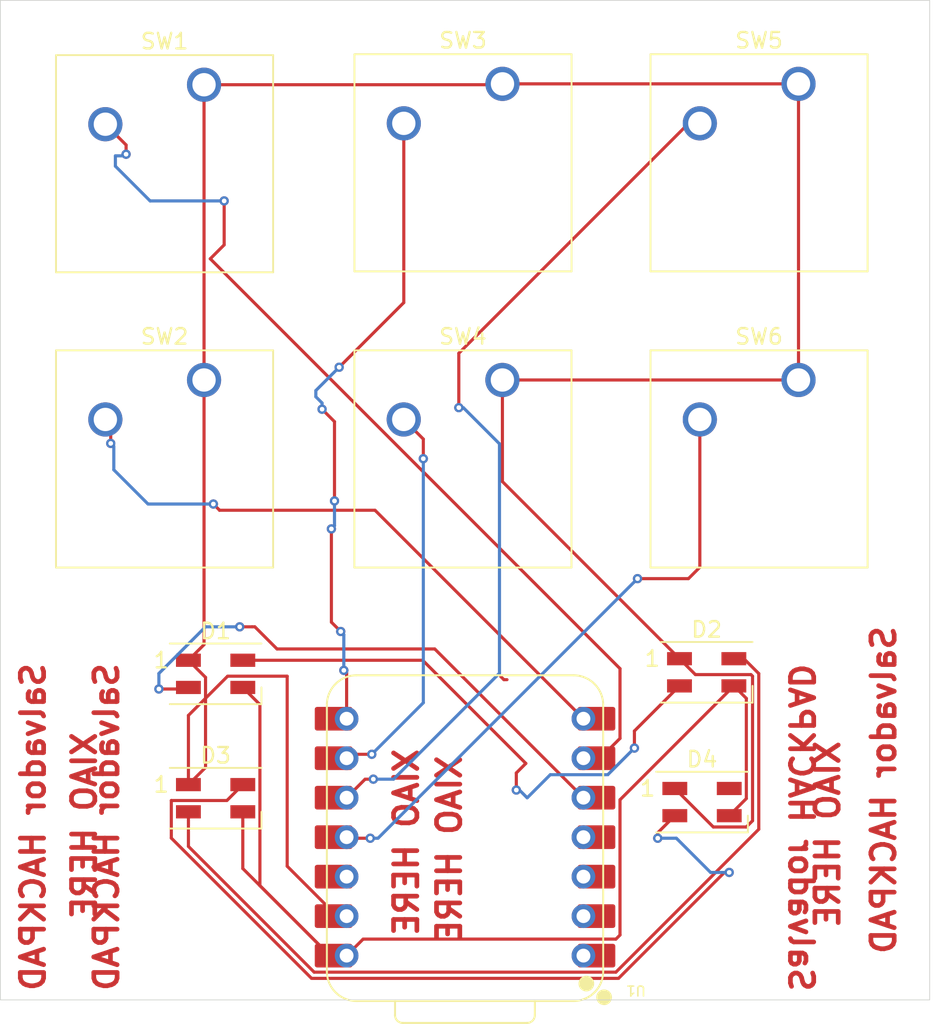
<source format=kicad_pcb>
(kicad_pcb (version 20241229) (generator "pcbnew") (generator_version "9.0")
  (layers (0 "F.Cu" signal) (2 "B.Cu" signal) (13 "F.Paste" user) (15 "B.Paste" user) (5 "F.SilkS" user "F.Silkscreen") (7 "B.SilkS" user "B.Silkscreen") (1 "F.Mask" user) (3 "B.Mask" user) (25 "Edge.Cuts" user))
  (net 0 "")
  (net 1 "GND")
  (net 2 "Net-(D1-DOUT)")
  (net 3 "+5V")
  (net 4 "Net-(D1-DIN)")
  (net 5 "Net-(D2-DOUT)")
  (net 6 "Net-(D3-DOUT)")
  (net 8 "Net-(U1-GPIO7{slash}SCL)")
  (net 9 "Net-(U1-GPIO0{slash}TX)")
  (net 10 "Net-(U1-GPIO1{slash}RX)")
  (net 11 "Net-(U1-GPIO2{slash}SCK)")
  (net 12 "Net-(U1-GPIO4{slash}MISO)")
  (net 13 "Net-(U1-GPIO3{slash}MOSI)")
  (footprint "Button_Switch_Keyboard:SW_Cherry_MX_1.00u_PCB" (layer "F.Cu") (at 126.96 41.47)
    (property "Reference" "SW5" (at -2.54 -2.794 0) (layer "F.SilkS"))
    (property "Value" "SW_Push")
    (fp_line (start -9.525 -1.905) (end 4.445 -1.905) (stroke (width 0.12)) (layer "F.SilkS"))
    (fp_line (start -9.525 12.065) (end -9.525 -1.905) (stroke (width 0.12)) (layer "F.SilkS"))
    (fp_line (start 4.445 -1.905) (end 4.445 12.065) (stroke (width 0.12)) (layer "F.SilkS"))
    (fp_line (start 4.445 12.065) (end -9.525 12.065) (stroke (width 0.12)) (layer "F.SilkS"))
    (pad "" np_thru_hole circle (at -7.62 5.08) (size 1.7 1.7) (drill 1.7) (layers "*.Cu" "*.Mask"))
    (pad "" np_thru_hole circle (at -2.54 5.08) (size 4 4) (drill 4) (layers "*.Cu" "*.Mask"))
    (pad "" np_thru_hole circle (at 2.54 5.08) (size 1.7 1.7) (drill 1.7) (layers "*.Cu" "*.Mask"))
    (pad "1" thru_hole circle (at 0 0) (size 2.2 2.2) (drill 1.5) (layers "*.Cu" "*.Mask") (net 1 "GND"))
    (pad "2" thru_hole circle (at -6.35 2.54) (size 2.2 2.2) (drill 1.5) (layers "*.Cu" "*.Mask") (net 12 "Net-(U1-GPIO4{slash}MISO)"))
  )
  (footprint "Seeed Studio XIAO Series Library OPL:XIAO-RP2040-DIP" (layer "F.Cu") (at 105.5 89.9315 180)
    (property "Reference" "U1" (at -11 -9.8685 180) (layer "F.SilkS") (effects (font (size 0.635 0.635) (thickness 0.1016))))
    (property "Value" "XIAO-RP2040-DIP")
    (fp_line (start 8.89 8.509) (end 8.89 -8.636) (stroke (width 0.127)) (layer "F.SilkS"))
    (fp_line (start 6.985 -10.541) (end -6.985 -10.541) (stroke (width 0.1)) (layer "F.SilkS"))
    (fp_line (start 6.985 -10.541) (end -6.985 -10.541) (stroke (width 0.127)) (layer "F.SilkS"))
    (fp_line (start 4.504 -11.451) (end 4.504 -10.541) (stroke (width 0.127)) (layer "F.SilkS"))
    (fp_line (start -3.991272 -11.951) (end 4.004 -11.951) (stroke (width 0.127)) (layer "F.SilkS"))
    (fp_line (start -4.495 -10.541) (end -4.491272 -11.451272) (stroke (width 0.127)) (layer "F.SilkS"))
    (fp_line (start -6.985 10.414) (end 6.985 10.414) (stroke (width 0.127)) (layer "F.SilkS"))
    (fp_line (start -8.89 8.509) (end -8.89 -8.636) (stroke (width 0.127)) (layer "F.SilkS"))
    (fp_arc (start 8.89 8.509) (mid 8.332038 9.856038) (end 6.985 10.414) (stroke (width 0.127)) (layer "F.SilkS"))
    (fp_arc (start 6.985 -10.541) (mid 8.332038 -9.983038) (end 8.89 -8.636) (stroke (width 0.127)) (layer "F.SilkS"))
    (fp_arc (start 4.004 -11.951) (mid 4.357553 -11.804553) (end 4.504 -11.451) (stroke (width 0.127)) (layer "F.SilkS"))
    (fp_arc (start -4.491272 -11.451272) (mid -4.344728 -11.80464) (end -3.991272 -11.951) (stroke (width 0.127)) (layer "F.SilkS"))
    (fp_arc (start -6.985 10.414) (mid -8.332038 9.856038) (end -8.89 8.509) (stroke (width 0.127)) (layer "F.SilkS"))
    (fp_arc (start -8.89 -8.636) (mid -8.332038 -9.983038) (end -6.985 -10.541) (stroke (width 0.127)) (layer "F.SilkS"))
    (fp_circle (center -7.807 -9.42) (end -7.807 -9.674) (stroke (width 0.5)) (fill yes) (layer "F.SilkS"))
    (fp_circle (center -8.95 -10.3) (end -8.95 -10.554) (stroke (width 0.5)) (fill yes) (layer "F.SilkS"))
    (pad "1" smd roundrect (at -8.455 -7.62) (size 2.432 1.524) (layers "F.Cu" "F.Mask") (roundrect_rratio 0.1))
    (pad "1" thru_hole circle (at -7.62 -7.62) (size 1.524 1.524) (drill 0.889) (layers "*.Cu" "*.Mask"))
    (pad "2" smd roundrect (at -8.455 -5.08) (size 2.432 1.524) (layers "F.Cu" "F.Mask") (roundrect_rratio 0.1))
    (pad "2" thru_hole circle (at -7.62 -5.08) (size 1.524 1.524) (drill 0.889) (layers "*.Cu" "*.Mask"))
    (pad "3" smd roundrect (at -8.455 -2.54) (size 2.432 1.524) (layers "F.Cu" "F.Mask") (roundrect_rratio 0.1))
    (pad "3" thru_hole circle (at -7.62 -2.54) (size 1.524 1.524) (drill 0.889) (layers "*.Cu" "*.Mask"))
    (pad "4" smd roundrect (at -8.455 0) (size 2.432 1.524) (layers "F.Cu" "F.Mask") (roundrect_rratio 0.1))
    (pad "4" thru_hole circle (at -7.62 0) (size 1.524 1.524) (drill 0.889) (layers "*.Cu" "*.Mask"))
    (pad "5" smd roundrect (at -8.455 2.54) (size 2.432 1.524) (layers "F.Cu" "F.Mask") (roundrect_rratio 0.1) (net 4 "Net-(D1-DIN)"))
    (pad "5" thru_hole circle (at -7.62 2.54) (size 1.524 1.524) (drill 0.889) (layers "*.Cu" "*.Mask") (net 4 "Net-(D1-DIN)"))
    (pad "6" smd roundrect (at -8.455 5.08) (size 2.432 1.524) (layers "F.Cu" "F.Mask") (roundrect_rratio 0.1) (net 8 "Net-(U1-GPIO7{slash}SCL)"))
    (pad "6" thru_hole circle (at -7.62 5.08) (size 1.524 1.524) (drill 0.889) (layers "*.Cu" "*.Mask") (net 8 "Net-(U1-GPIO7{slash}SCL)"))
    (pad "7" smd roundrect (at -8.455 7.62) (size 2.432 1.524) (layers "F.Cu" "F.Mask") (roundrect_rratio 0.1) (net 9 "Net-(U1-GPIO0{slash}TX)"))
    (pad "7" thru_hole circle (at -7.62 7.62) (size 1.524 1.524) (drill 0.889) (layers "*.Cu" "*.Mask") (net 9 "Net-(U1-GPIO0{slash}TX)"))
    (pad "8" thru_hole circle (at 7.62 7.62 180) (size 1.524 1.524) (drill 0.889) (layers "*.Cu" "*.Mask") (net 10 "Net-(U1-GPIO1{slash}RX)"))
    (pad "8" smd roundrect (at 8.455 7.62 180) (size 2.432 1.524) (layers "F.Cu" "F.Mask") (roundrect_rratio 0.1) (net 10 "Net-(U1-GPIO1{slash}RX)"))
    (pad "9" thru_hole circle (at 7.62 5.08 180) (size 1.524 1.524) (drill 0.889) (layers "*.Cu" "*.Mask") (net 11 "Net-(U1-GPIO2{slash}SCK)"))
    (pad "9" smd roundrect (at 8.455 5.08 180) (size 2.432 1.524) (layers "F.Cu" "F.Mask") (roundrect_rratio 0.1) (net 11 "Net-(U1-GPIO2{slash}SCK)"))
    (pad "10" thru_hole circle (at 7.62 2.54 180) (size 1.524 1.524) (drill 0.889) (layers "*.Cu" "*.Mask") (net 12 "Net-(U1-GPIO4{slash}MISO)"))
    (pad "10" smd roundrect (at 8.455 2.54 180) (size 2.432 1.524) (layers "F.Cu" "F.Mask") (roundrect_rratio 0.1) (net 12 "Net-(U1-GPIO4{slash}MISO)"))
    (pad "11" thru_hole circle (at 7.62 0 180) (size 1.524 1.524) (drill 0.889) (layers "*.Cu" "*.Mask") (net 13 "Net-(U1-GPIO3{slash}MOSI)"))
    (pad "11" smd roundrect (at 8.455 0 180) (size 2.432 1.524) (layers "F.Cu" "F.Mask") (roundrect_rratio 0.1) (net 13 "Net-(U1-GPIO3{slash}MOSI)"))
    (pad "12" thru_hole circle (at 7.62 -2.54 180) (size 1.524 1.524) (drill 0.889) (layers "*.Cu" "*.Mask"))
    (pad "12" smd roundrect (at 8.455 -2.54 180) (size 2.432 1.524) (layers "F.Cu" "F.Mask") (roundrect_rratio 0.1))
    (pad "13" thru_hole circle (at 7.62 -5.08 180) (size 1.524 1.524) (drill 0.889) (layers "*.Cu" "*.Mask") (net 1 "GND"))
    (pad "13" smd roundrect (at 8.455 -5.08 180) (size 2.432 1.524) (layers "F.Cu" "F.Mask") (roundrect_rratio 0.1) (net 1 "GND"))
    (pad "14" thru_hole circle (at 7.62 -7.62 180) (size 1.524 1.524) (drill 0.889) (layers "*.Cu" "*.Mask") (net 3 "+5V"))
    (pad "14" smd roundrect (at 8.455 -7.62 180) (size 2.432 1.524) (layers "F.Cu" "F.Mask") (roundrect_rratio 0.1) (net 3 "+5V"))
  )
  (footprint "LED_SMD:LED_SK6812MINI_PLCC4_3.5x3.5mm_P1.75mm" (layer "F.Cu") (at 120.75 87.675)
    (property "Reference" "D4" (at 0 -2.75 0) (layer "F.SilkS"))
    (property "Value" "SK6812")
    (fp_line (start -2.95 -1.95) (end 2.95 -1.95) (stroke (width 0.12)) (layer "F.SilkS"))
    (fp_line (start -2.95 1.95) (end 2.95 1.95) (stroke (width 0.12)) (layer "F.SilkS"))
    (fp_line (start 2.95 1.95) (end 2.95 0.875) (stroke (width 0.12)) (layer "F.SilkS"))
    (fp_text user "1" (at -3.5 -0.875 0) (layer "F.SilkS"))
    (pad "1" smd rect (at -1.75 -0.875) (size 1.6 0.85) (layers "F.Cu" "F.Mask" "F.Paste") (net 1 "GND"))
    (pad "2" smd rect (at -1.75 0.875) (size 1.6 0.85) (layers "F.Cu" "F.Mask" "F.Paste") (net 6 "Net-(D3-DOUT)"))
    (pad "3" smd rect (at 1.75 0.875) (size 1.6 0.85) (layers "F.Cu" "F.Mask" "F.Paste") (net 3 "+5V"))
    (pad "4" smd rect (at 1.75 -0.875) (size 1.6 0.85) (layers "F.Cu" "F.Mask" "F.Paste"))
  )
  (footprint "LED_SMD:LED_SK6812MINI_PLCC4_3.5x3.5mm_P1.75mm" (layer "F.Cu") (at 89.45 79.425)
    (property "Reference" "D1" (at 0 -2.75 0) (layer "F.SilkS"))
    (property "Value" "SK6812")
    (fp_line (start -2.95 -1.95) (end 2.95 -1.95) (stroke (width 0.12)) (layer "F.SilkS"))
    (fp_line (start -2.95 1.95) (end 2.95 1.95) (stroke (width 0.12)) (layer "F.SilkS"))
    (fp_line (start 2.95 1.95) (end 2.95 0.875) (stroke (width 0.12)) (layer "F.SilkS"))
    (fp_text user "1" (at -3.5 -0.875 0) (layer "F.SilkS"))
    (pad "1" smd rect (at -1.75 -0.875) (size 1.6 0.85) (layers "F.Cu" "F.Mask" "F.Paste") (net 1 "GND"))
    (pad "2" smd rect (at -1.75 0.875) (size 1.6 0.85) (layers "F.Cu" "F.Mask" "F.Paste") (net 4 "Net-(D1-DIN)"))
    (pad "3" smd rect (at 1.75 0.875) (size 1.6 0.85) (layers "F.Cu" "F.Mask" "F.Paste") (net 3 "+5V"))
    (pad "4" smd rect (at 1.75 -0.875) (size 1.6 0.85) (layers "F.Cu" "F.Mask" "F.Paste") (net 2 "Net-(D1-DOUT)"))
  )
  (footprint "LED_SMD:LED_SK6812MINI_PLCC4_3.5x3.5mm_P1.75mm" (layer "F.Cu") (at 121.05 79.325)
    (property "Reference" "D2" (at 0 -2.75 0) (layer "F.SilkS"))
    (property "Value" "SK6812")
    (fp_line (start -2.95 -1.95) (end 2.95 -1.95) (stroke (width 0.12)) (layer "F.SilkS"))
    (fp_line (start -2.95 1.95) (end 2.95 1.95) (stroke (width 0.12)) (layer "F.SilkS"))
    (fp_line (start 2.95 1.95) (end 2.95 0.875) (stroke (width 0.12)) (layer "F.SilkS"))
    (fp_text user "1" (at -3.5 -0.875 0) (layer "F.SilkS"))
    (pad "1" smd rect (at -1.75 -0.875) (size 1.6 0.85) (layers "F.Cu" "F.Mask" "F.Paste") (net 1 "GND"))
    (pad "2" smd rect (at -1.75 0.875) (size 1.6 0.85) (layers "F.Cu" "F.Mask" "F.Paste") (net 2 "Net-(D1-DOUT)"))
    (pad "3" smd rect (at 1.75 0.875) (size 1.6 0.85) (layers "F.Cu" "F.Mask" "F.Paste") (net 3 "+5V"))
    (pad "4" smd rect (at 1.75 -0.875) (size 1.6 0.85) (layers "F.Cu" "F.Mask" "F.Paste") (net 5 "Net-(D2-DOUT)"))
  )
  (footprint "Button_Switch_Keyboard:SW_Cherry_MX_1.00u_PCB" (layer "F.Cu") (at 107.905 60.52)
    (property "Reference" "SW4" (at -2.54 -2.794 0) (layer "F.SilkS"))
    (property "Value" "SW_Push")
    (fp_line (start -9.525 -1.905) (end 4.445 -1.905) (stroke (width 0.12)) (layer "F.SilkS"))
    (fp_line (start -9.525 12.065) (end -9.525 -1.905) (stroke (width 0.12)) (layer "F.SilkS"))
    (fp_line (start 4.445 -1.905) (end 4.445 12.065) (stroke (width 0.12)) (layer "F.SilkS"))
    (fp_line (start 4.445 12.065) (end -9.525 12.065) (stroke (width 0.12)) (layer "F.SilkS"))
    (pad "" np_thru_hole circle (at -7.62 5.08) (size 1.7 1.7) (drill 1.7) (layers "*.Cu" "*.Mask"))
    (pad "" np_thru_hole circle (at -2.54 5.08) (size 4 4) (drill 4) (layers "*.Cu" "*.Mask"))
    (pad "" np_thru_hole circle (at 2.54 5.08) (size 1.7 1.7) (drill 1.7) (layers "*.Cu" "*.Mask"))
    (pad "1" thru_hole circle (at 0 0) (size 2.2 2.2) (drill 1.5) (layers "*.Cu" "*.Mask") (net 1 "GND"))
    (pad "2" thru_hole circle (at -6.35 2.54) (size 2.2 2.2) (drill 1.5) (layers "*.Cu" "*.Mask") (net 11 "Net-(U1-GPIO2{slash}SCK)"))
  )
  (footprint "Button_Switch_Keyboard:SW_Cherry_MX_1.00u_PCB" (layer "F.Cu") (at 88.705 41.52625)
    (property "Reference" "SW1" (at -2.54 -2.794 0) (layer "F.SilkS"))
    (property "Value" "SW_Push")
    (fp_line (start -9.525 -1.905) (end 4.445 -1.905) (stroke (width 0.12)) (layer "F.SilkS"))
    (fp_line (start -9.525 12.065) (end -9.525 -1.905) (stroke (width 0.12)) (layer "F.SilkS"))
    (fp_line (start 4.445 -1.905) (end 4.445 12.065) (stroke (width 0.12)) (layer "F.SilkS"))
    (fp_line (start 4.445 12.065) (end -9.525 12.065) (stroke (width 0.12)) (layer "F.SilkS"))
    (pad "" np_thru_hole circle (at -7.62 5.08) (size 1.7 1.7) (drill 1.7) (layers "*.Cu" "*.Mask"))
    (pad "" np_thru_hole circle (at -2.54 5.08) (size 4 4) (drill 4) (layers "*.Cu" "*.Mask"))
    (pad "" np_thru_hole circle (at 2.54 5.08) (size 1.7 1.7) (drill 1.7) (layers "*.Cu" "*.Mask"))
    (pad "1" thru_hole circle (at 0 0) (size 2.2 2.2) (drill 1.5) (layers "*.Cu" "*.Mask") (net 1 "GND"))
    (pad "2" thru_hole circle (at -6.35 2.54) (size 2.2 2.2) (drill 1.5) (layers "*.Cu" "*.Mask") (net 8 "Net-(U1-GPIO7{slash}SCL)"))
  )
  (footprint "Button_Switch_Keyboard:SW_Cherry_MX_1.00u_PCB" (layer "F.Cu") (at 126.96 60.52)
    (property "Reference" "SW6" (at -2.54 -2.794 0) (layer "F.SilkS"))
    (property "Value" "SW_Push")
    (fp_line (start -9.525 -1.905) (end 4.445 -1.905) (stroke (width 0.12)) (layer "F.SilkS"))
    (fp_line (start -9.525 12.065) (end -9.525 -1.905) (stroke (width 0.12)) (layer "F.SilkS"))
    (fp_line (start 4.445 -1.905) (end 4.445 12.065) (stroke (width 0.12)) (layer "F.SilkS"))
    (fp_line (start 4.445 12.065) (end -9.525 12.065) (stroke (width 0.12)) (layer "F.SilkS"))
    (pad "" np_thru_hole circle (at -7.62 5.08) (size 1.7 1.7) (drill 1.7) (layers "*.Cu" "*.Mask"))
    (pad "" np_thru_hole circle (at -2.54 5.08) (size 4 4) (drill 4) (layers "*.Cu" "*.Mask"))
    (pad "" np_thru_hole circle (at 2.54 5.08) (size 1.7 1.7) (drill 1.7) (layers "*.Cu" "*.Mask"))
    (pad "1" thru_hole circle (at 0 0) (size 2.2 2.2) (drill 1.5) (layers "*.Cu" "*.Mask") (net 1 "GND"))
    (pad "2" thru_hole circle (at -6.35 2.54) (size 2.2 2.2) (drill 1.5) (layers "*.Cu" "*.Mask") (net 13 "Net-(U1-GPIO3{slash}MOSI)"))
  )
  (footprint "Button_Switch_Keyboard:SW_Cherry_MX_1.00u_PCB" (layer "F.Cu") (at 107.91 41.47)
    (property "Reference" "SW3" (at -2.54 -2.794 0) (layer "F.SilkS"))
    (property "Value" "SW_Push")
    (fp_line (start -9.525 -1.905) (end 4.445 -1.905) (stroke (width 0.12)) (layer "F.SilkS"))
    (fp_line (start -9.525 12.065) (end -9.525 -1.905) (stroke (width 0.12)) (layer "F.SilkS"))
    (fp_line (start 4.445 -1.905) (end 4.445 12.065) (stroke (width 0.12)) (layer "F.SilkS"))
    (fp_line (start 4.445 12.065) (end -9.525 12.065) (stroke (width 0.12)) (layer "F.SilkS"))
    (pad "" np_thru_hole circle (at -7.62 5.08) (size 1.7 1.7) (drill 1.7) (layers "*.Cu" "*.Mask"))
    (pad "" np_thru_hole circle (at -2.54 5.08) (size 4 4) (drill 4) (layers "*.Cu" "*.Mask"))
    (pad "" np_thru_hole circle (at 2.54 5.08) (size 1.7 1.7) (drill 1.7) (layers "*.Cu" "*.Mask"))
    (pad "1" thru_hole circle (at 0 0) (size 2.2 2.2) (drill 1.5) (layers "*.Cu" "*.Mask") (net 1 "GND"))
    (pad "2" thru_hole circle (at -6.35 2.54) (size 2.2 2.2) (drill 1.5) (layers "*.Cu" "*.Mask") (net 10 "Net-(U1-GPIO1{slash}RX)"))
  )
  (footprint "Button_Switch_Keyboard:SW_Cherry_MX_1.00u_PCB" (layer "F.Cu") (at 88.705 60.52)
    (property "Reference" "SW2" (at -2.54 -2.794 0) (layer "F.SilkS"))
    (property "Value" "SW_Push")
    (fp_line (start -9.525 -1.905) (end 4.445 -1.905) (stroke (width 0.12)) (layer "F.SilkS"))
    (fp_line (start -9.525 12.065) (end -9.525 -1.905) (stroke (width 0.12)) (layer "F.SilkS"))
    (fp_line (start 4.445 -1.905) (end 4.445 12.065) (stroke (width 0.12)) (layer "F.SilkS"))
    (fp_line (start 4.445 12.065) (end -9.525 12.065) (stroke (width 0.12)) (layer "F.SilkS"))
    (pad "" np_thru_hole circle (at -7.62 5.08) (size 1.7 1.7) (drill 1.7) (layers "*.Cu" "*.Mask"))
    (pad "" np_thru_hole circle (at -2.54 5.08) (size 4 4) (drill 4) (layers "*.Cu" "*.Mask"))
    (pad "" np_thru_hole circle (at 2.54 5.08) (size 1.7 1.7) (drill 1.7) (layers "*.Cu" "*.Mask"))
    (pad "1" thru_hole circle (at 0 0) (size 2.2 2.2) (drill 1.5) (layers "*.Cu" "*.Mask") (net 1 "GND"))
    (pad "2" thru_hole circle (at -6.35 2.54) (size 2.2 2.2) (drill 1.5) (layers "*.Cu" "*.Mask") (net 9 "Net-(U1-GPIO0{slash}TX)"))
  )
  (footprint "LED_SMD:LED_SK6812MINI_PLCC4_3.5x3.5mm_P1.75mm" (layer "F.Cu") (at 89.45 87.425)
    (property "Reference" "D3" (at 0 -2.75 0) (layer "F.SilkS"))
    (property "Value" "SK6812")
    (fp_line (start -2.95 -1.95) (end 2.95 -1.95) (stroke (width 0.12)) (layer "F.SilkS"))
    (fp_line (start -2.95 1.95) (end 2.95 1.95) (stroke (width 0.12)) (layer "F.SilkS"))
    (fp_line (start 2.95 1.95) (end 2.95 0.875) (stroke (width 0.12)) (layer "F.SilkS"))
    (fp_text user "1" (at -3.5 -0.875 0) (layer "F.SilkS"))
    (pad "1" smd rect (at -1.75 -0.875) (size 1.6 0.85) (layers "F.Cu" "F.Mask" "F.Paste") (net 1 "GND"))
    (pad "2" smd rect (at -1.75 0.875) (size 1.6 0.85) (layers "F.Cu" "F.Mask" "F.Paste") (net 5 "Net-(D2-DOUT)"))
    (pad "3" smd rect (at 1.75 0.875) (size 1.6 0.85) (layers "F.Cu" "F.Mask" "F.Paste") (net 3 "+5V"))
    (pad "4" smd rect (at 1.75 -0.875) (size 1.6 0.85) (layers "F.Cu" "F.Mask" "F.Paste") (net 6 "Net-(D3-DOUT)"))
  )
  (gr_rect (start 75.6 36.1) (end 135.4 100.4) (stroke (width 0.05)) (fill no) (layer "Edge.Cuts"))
  (gr_text "Salvador HACKPAD \n" (at 78.58125 78.58125 90) (layer "F.Cu") (effects (font (size 1.5 1.5) (thickness 0.3) (bold yes)) (justify left bottom mirror)))
  (gr_text "XIAO HERE" (at 81.875192 83.03533 90) (layer "F.Cu") (effects (font (size 1.5 1.5) (thickness 0.3) (bold yes)) (justify left bottom mirror)))
  (gr_text "Salvador HACKPAD \n\n" (at 85.725 78.58125 90) (layer "F.Cu") (effects (font (size 1.5 1.5) (thickness 0.3) (bold yes)) (justify left bottom mirror)))
  (gr_text "Salvador HACKPAD \n\n" (at 135.73125 76.2 90) (layer "F.Cu") (effects (font (size 1.5 1.5) (thickness 0.3) (bold yes)) (justify left bottom mirror)))
  (gr_text "XIAO HERE" (at 102.6 84.1 90) (layer "F.Cu") (effects (font (size 1.5 1.5) (thickness 0.3) (bold yes)) (justify left bottom mirror)))
  (gr_text "Salvador HACKPAD \n\n" (at 123.825 100.0125 270) (layer "F.Cu") (effects (font (size 1.5 1.5) (thickness 0.3) (bold yes)) (justify left bottom mirror)))
  (gr_text "XIAO HERE" (at 129.712574 83.5873 90) (layer "F.Cu") (effects (font (size 1.5 1.5) (thickness 0.3) (bold yes)) (justify left bottom mirror)))
  (gr_text "XIAO HERE" (at 105.363329 84.536671 90) (layer "F.Cu") (effects (font (size 1.5 1.5) (thickness 0.3) (bold yes)) (justify left bottom mirror)))
  (segment (start 107.8 79.6) (end 108 79.8) (width 0.2) (layer "F.Cu") (net 0))
  (segment (start 108 79.8) (end 108.2 79.8) (width 0.2) (layer "F.Cu") (net 0))
  (segment (start 94.054874 79.577874) (end 94.051 79.574) (width 0.2) (layer "F.Cu") (net 1))
  (segment (start 94.054874 91.8) (end 94.054874 79.577874) (width 0.2) (layer "F.Cu") (net 1))
  (segment (start 94.051 79.574) (end 90.225 79.574) (width 0.2) (layer "F.Cu") (net 1))
  (segment (start 107.91 41.47) (end 126.96 41.47) (width 0.2) (layer "F.Cu") (net 1))
  (segment (start 97.266374 95.0115) (end 94.054874 91.8) (width 0.2) (layer "F.Cu") (net 1))
  (segment (start 88.705 77.545) (end 88.705 60.52) (width 0.2) (layer "F.Cu") (net 1))
  (segment (start 126.96 60.52) (end 107.905 60.52) (width 0.2) (layer "F.Cu") (net 1))
  (segment (start 107.905 67.055) (end 119.3 78.45) (width 0.2) (layer "F.Cu") (net 1))
  (segment (start 107.905 60.52) (end 107.905 67.055) (width 0.2) (layer "F.Cu") (net 1))
  (segment (start 90.225 79.574) (end 87.7 82.099) (width 0.2) (layer "F.Cu") (net 1))
  (segment (start 87.7 78.55) (end 88.705 77.545) (width 0.2) (layer "F.Cu") (net 1))
  (segment (start 88.705 60.52) (end 88.705 41.52625) (width 0.2) (layer "F.Cu") (net 1))
  (segment (start 87.7 82.099) (end 87.7 86.55) (width 0.2) (layer "F.Cu") (net 1))
  (segment (start 121.476 89.276) (end 119 86.8) (width 0.2) (layer "F.Cu") (net 1))
  (segment (start 119.3 78.45) (end 120.324 79.474) (width 0.2) (layer "F.Cu") (net 1))
  (segment (start 126.96 41.47) (end 126.96 60.52) (width 0.2) (layer "F.Cu") (net 1))
  (segment (start 88.801 79.651) (end 87.7 78.55) (width 0.2) (layer "F.Cu") (net 1))
  (segment (start 88.705 41.52625) (end 107.85375 41.52625) (width 0.2) (layer "F.Cu") (net 1))
  (segment (start 97.88 95.0115) (end 97.266374 95.0115) (width 0.2) (layer "F.Cu") (net 1))
  (segment (start 88.801 85.449) (end 88.801 79.651) (width 0.2) (layer "F.Cu") (net 1))
  (segment (start 123.601 89.276) (end 121.476 89.276) (width 0.2) (layer "F.Cu") (net 1))
  (segment (start 107.85375 41.52625) (end 107.91 41.47) (width 0.2) (layer "F.Cu") (net 1))
  (segment (start 123.901 79.474) (end 124.002 79.575) (width 0.2) (layer "F.Cu") (net 1))
  (segment (start 124.002 79.575) (end 124.002 88.875) (width 0.2) (layer "F.Cu") (net 1))
  (segment (start 124.002 88.875) (end 123.601 89.276) (width 0.2) (layer "F.Cu") (net 1))
  (segment (start 120.324 79.474) (end 123.901 79.474) (width 0.2) (layer "F.Cu") (net 1))
  (segment (start 87.7 86.55) (end 88.801 85.449) (width 0.2) (layer "F.Cu") (net 1))
  (segment (start 102.77519 78.55) (end 109.412595 85.187405) (width 0.2) (layer "F.Cu") (net 2))
  (segment (start 119.3 80.2) (end 116.4 83.1) (width 0.2) (layer "F.Cu") (net 2))
  (segment (start 108.8 85.8) (end 109.412595 85.187405) (width 0.2) (layer "F.Cu") (net 2))
  (segment (start 108.8 86.9) (end 108.8 85.8) (width 0.2) (layer "F.Cu") (net 2))
  (segment (start 116.4 83.1) (end 116.4 84.2) (width 0.2) (layer "F.Cu") (net 2))
  (segment (start 91.2 78.55) (end 102.77519 78.55) (width 0.2) (layer "F.Cu") (net 2))
  (via (at 108.8 86.9) (size 0.6) (drill 0.3) (layers "F.Cu" "B.Cu") (net 2))
  (via (at 116.4 84.2) (size 0.6) (drill 0.3) (layers "F.Cu" "B.Cu") (net 2))
  (segment (start 110.9855 85.9145) (end 109.5 87.4) (width 0.2) (layer "B.Cu") (net 2))
  (segment (start 109.5 87.4) (end 109 86.9) (width 0.2) (layer "B.Cu") (net 2))
  (segment (start 116.4 84.2) (end 114.6855 85.9145) (width 0.2) (layer "B.Cu") (net 2))
  (segment (start 109 86.9) (end 108.8 86.9) (width 0.2) (layer "B.Cu") (net 2))
  (segment (start 114.6855 85.9145) (end 110.9855 85.9145) (width 0.2) (layer "B.Cu") (net 2))
  (segment (start 115.472 87.528) (end 115.472 96.227126) (width 0.2) (layer "F.Cu") (net 3))
  (segment (start 123.601 81.001) (end 122.8 80.2) (width 0.2) (layer "F.Cu") (net 3))
  (segment (start 98.943 96.4885) (end 97.88 97.5515) (width 0.2) (layer "F.Cu") (net 3))
  (segment (start 96.80237 97.5515) (end 92.301 93.05013) (width 0.2) (layer "F.Cu") (net 3))
  (segment (start 115.472 96.227126) (end 115.210626 96.4885) (width 0.2) (layer "F.Cu") (net 3))
  (segment (start 97.88 97.5515) (end 96.80237 97.5515) (width 0.2) (layer "F.Cu") (net 3))
  (segment (start 92.301 93.05013) (end 92.301 81.401) (width 0.2) (layer "F.Cu") (net 3))
  (segment (start 115.210626 96.4885) (end 98.943 96.4885) (width 0.2) (layer "F.Cu") (net 3))
  (segment (start 122.8 80.2) (end 115.472 87.528) (width 0.2) (layer "F.Cu") (net 3))
  (segment (start 96.80237 97.5515) (end 91.2 91.94913) (width 0.2) (layer "F.Cu") (net 3))
  (segment (start 123.601 87.449) (end 123.601 81.001) (width 0.2) (layer "F.Cu") (net 3))
  (segment (start 92.301 81.401) (end 91.2 80.3) (width 0.2) (layer "F.Cu") (net 3))
  (segment (start 122.5 88.55) (end 123.601 87.449) (width 0.2) (layer "F.Cu") (net 3))
  (segment (start 91.2 91.94913) (end 91.2 88.3) (width 0.2) (layer "F.Cu") (net 3))
  (segment (start 113.12 87.3915) (end 103.5525 77.824) (width 0.2) (layer "F.Cu") (net 4))
  (segment (start 91.976 76.4) (end 91.8 76.4) (width 0.2) (layer "F.Cu") (net 4))
  (segment (start 87.6 80.4) (end 87.7 80.3) (width 0.2) (layer "F.Cu") (net 4))
  (segment (start 93.4 77.824) (end 91.976 76.4) (width 0.2) (layer "F.Cu") (net 4))
  (segment (start 87.7 80.3) (end 87.6 80.3) (width 0.2) (layer "F.Cu") (net 4))
  (segment (start 103.5525 77.824) (end 93.4 77.824) (width 0.2) (layer "F.Cu") (net 4))
  (segment (start 87.6 80.3) (end 87.5 80.4) (width 0.2) (layer "F.Cu") (net 4))
  (segment (start 85.8 80.4) (end 87.6 80.4) (width 0.2) (layer "F.Cu") (net 4))
  (segment (start 91.8 76.4) (end 91 76.4) (width 0.2) (layer "F.Cu") (net 4))
  (via (at 91 76.4) (size 0.6) (drill 0.3) (layers "F.Cu" "B.Cu") (net 4))
  (via (at 85.8 80.4) (size 0.6) (drill 0.3) (layers "F.Cu" "B.Cu") (net 4))
  (segment (start 91 76.4) (end 88.8 76.4) (width 0.2) (layer "B.Cu") (net 4))
  (segment (start 85.8 79.4) (end 85.8 80.4) (width 0.2) (layer "B.Cu") (net 4))
  (segment (start 88.8 76.4) (end 85.8 79.4) (width 0.2) (layer "B.Cu") (net 4))
  (segment (start 95.789374 98.6145) (end 115.210626 98.6145) (width 0.2) (layer "F.Cu") (net 5))
  (segment (start 115.210626 98.6145) (end 124.403 89.422126) (width 0.2) (layer "F.Cu") (net 5))
  (segment (start 124.403 79.4089) (end 123.4441 78.45) (width 0.2) (layer "F.Cu") (net 5))
  (segment (start 87.7 88.3) (end 87.7 90.525126) (width 0.2) (layer "F.Cu") (net 5))
  (segment (start 87.7 90.525126) (end 95.789374 98.6145) (width 0.2) (layer "F.Cu") (net 5))
  (segment (start 124.403 89.422126) (end 124.403 79.4089) (width 0.2) (layer "F.Cu") (net 5))
  (segment (start 123.4441 78.45) (end 122.8 78.45) (width 0.2) (layer "F.Cu") (net 5))
  (segment (start 121.646113 92.746113) (end 122.192226 92.2) (width 0.2) (layer "F.Cu") (net 6))
  (segment (start 95.623274 99.0155) (end 115.376726 99.0155) (width 0.2) (layer "F.Cu") (net 6))
  (segment (start 117.9 89.65) (end 119 88.55) (width 0.2) (layer "F.Cu") (net 6))
  (segment (start 117.9 90) (end 117.9 89.65) (width 0.2) (layer "F.Cu") (net 6))
  (segment (start 90.176 87.574) (end 86.599 87.574) (width 0.2) (layer "F.Cu") (net 6))
  (segment (start 86.599 87.574) (end 86.599 89.991226) (width 0.2) (layer "F.Cu") (net 6))
  (segment (start 122.192226 92.2) (end 122.5 92.2) (width 0.2) (layer "F.Cu") (net 6))
  (segment (start 91.2 86.55) (end 90.176 87.574) (width 0.2) (layer "F.Cu") (net 6))
  (segment (start 115.376726 99.0155) (end 121.646113 92.746113) (width 0.2) (layer "F.Cu") (net 6))
  (segment (start 86.599 89.991226) (end 95.623274 99.0155) (width 0.2) (layer "F.Cu") (net 6))
  (via (at 117.9 90) (size 0.6) (drill 0.3) (layers "F.Cu" "B.Cu") (net 6))
  (via (at 122.5 92.2) (size 0.6) (drill 0.3) (layers "F.Cu" "B.Cu") (net 6))
  (segment (start 121.3 92.2) (end 119.2 90.1) (width 0.2) (layer "B.Cu") (net 6))
  (segment (start 122.5 92.2) (end 121.3 92.2) (width 0.2) (layer "B.Cu") (net 6))
  (segment (start 119.1 90) (end 117.9 90) (width 0.2) (layer "B.Cu") (net 6))
  (segment (start 119.2 90.1) (end 119.1 90) (width 0.2) (layer "B.Cu") (net 6))
  (segment (start 83.688791 45.400041) (end 82.355 44.06625) (width 0.2) (layer "F.Cu") (net 8))
  (segment (start 115.472 79.08853) (end 89.106 52.72253) (width 0.2) (layer "F.Cu") (net 8))
  (segment (start 89.106 52.72253) (end 90 51.82853) (width 0.2) (layer "F.Cu") (net 8))
  (segment (start 83.688791 45.997243) (end 83.688791 45.400041) (width 0.2) (layer "F.Cu") (net 8))
  (segment (start 114.19763 84.8515) (end 115.472 83.57713) (width 0.2) (layer "F.Cu") (net 8))
  (segment (start 115.472 83.57713) (end 115.472 79.08853) (width 0.2) (layer "F.Cu") (net 8))
  (segment (start 113.12 84.8515) (end 114.19763 84.8515) (width 0.2) (layer "F.Cu") (net 8))
  (segment (start 90 51.82853) (end 90 49) (width 0.2) (layer "F.Cu") (net 8))
  (via (at 83.688791 45.997243) (size 0.6) (drill 0.3) (layers "F.Cu" "B.Cu") (net 8))
  (via (at 90 49) (size 0.6) (drill 0.3) (layers "F.Cu" "B.Cu") (net 8))
  (segment (start 83.586034 46.1) (end 83.688791 45.997243) (width 0.2) (layer "B.Cu") (net 8))
  (segment (start 83 46.1) (end 83.586034 46.1) (width 0.2) (layer "B.Cu") (net 8))
  (segment (start 90 49) (end 85.233934 49) (width 0.2) (layer "B.Cu") (net 8))
  (segment (start 85.233934 49) (end 83 46.766066) (width 0.2) (layer "B.Cu") (net 8))
  (segment (start 83 46.766066) (end 83 46.1) (width 0.2) (layer "B.Cu") (net 8))
  (segment (start 82.7 63.405) (end 82.355 63.06) (width 0.2) (layer "F.Cu") (net 9))
  (segment (start 89.7 68.895) (end 89.305 68.5) (width 0.2) (layer "F.Cu") (net 9))
  (segment (start 82.7 64.6) (end 82.7 63.405) (width 0.2) (layer "F.Cu") (net 9))
  (segment (start 113.12 82.3115) (end 99.7085 68.9) (width 0.2) (layer "F.Cu") (net 9))
  (segment (start 89.7 68.9) (end 89.7 68.895) (width 0.2) (layer "F.Cu") (net 9))
  (segment (start 99.7085 68.9) (end 89.7 68.9) (width 0.2) (layer "F.Cu") (net 9))
  (via (at 89.305 68.5) (size 0.6) (drill 0.3) (layers "F.Cu" "B.Cu") (net 9))
  (via (at 82.7 64.6) (size 0.6) (drill 0.3) (layers "F.Cu" "B.Cu") (net 9))
  (segment (start 89.305 68.5) (end 85.1 68.5) (width 0.2) (layer "B.Cu") (net 9))
  (segment (start 85.1 68.5) (end 82.9 66.3) (width 0.2) (layer "B.Cu") (net 9))
  (segment (start 82.9 66.3) (end 82.9 64.8) (width 0.2) (layer "B.Cu") (net 9))
  (segment (start 82.9 64.8) (end 82.7 64.6) (width 0.2) (layer "B.Cu") (net 9))
  (segment (start 96.9 70.1) (end 96.9 76.1) (width 0.2) (layer "F.Cu") (net 10))
  (segment (start 101.56 55.54) (end 97.4 59.7) (width 0.2) (layer "F.Cu") (net 10))
  (segment (start 101.56 44.01) (end 101.56 55.54) (width 0.2) (layer "F.Cu") (net 10))
  (segment (start 97.88 79.38) (end 97.7 79.2) (width 0.2) (layer "F.Cu") (net 10))
  (segment (start 96.3 62.4) (end 97.1 63.2) (width 0.2) (layer "F.Cu") (net 10))
  (segment (start 97.1 63.2) (end 97.1 68.3) (width 0.2) (layer "F.Cu") (net 10))
  (segment (start 97.88 82.3115) (end 97.88 79.38) (width 0.2) (layer "F.Cu") (net 10))
  (segment (start 96.9 76.1) (end 97.5 76.7) (width 0.2) (layer "F.Cu") (net 10))
  (via (at 97.1 68.3) (size 0.6) (drill 0.3) (layers "F.Cu" "B.Cu") (net 10))
  (via (at 97.4 59.7) (size 0.6) (drill 0.3) (layers "F.Cu" "B.Cu") (net 10))
  (via (at 96.9 70.1) (size 0.6) (drill 0.3) (layers "F.Cu" "B.Cu") (net 10))
  (via (at 97.5 76.7) (size 0.6) (drill 0.3) (layers "F.Cu" "B.Cu") (net 10))
  (via (at 96.3 62.4) (size 0.6) (drill 0.3) (layers "F.Cu" "B.Cu") (net 10))
  (via (at 97.7 79.2) (size 0.6) (drill 0.3) (layers "F.Cu" "B.Cu") (net 10))
  (segment (start 97.1 68.3) (end 97.1 69.9) (width 0.2) (layer "B.Cu") (net 10))
  (segment (start 95.9 61.2) (end 95.9 61.6) (width 0.2) (layer "B.Cu") (net 10))
  (segment (start 97.5 76.7) (end 97.7 76.9) (width 0.2) (layer "B.Cu") (net 10))
  (segment (start 97.4 59.7) (end 95.9 61.2) (width 0.2) (layer "B.Cu") (net 10))
  (segment (start 97.7 76.9) (end 97.7 79.3) (width 0.2) (layer "B.Cu") (net 10))
  (segment (start 95.9 61.6) (end 96.3 62) (width 0.2) (layer "B.Cu") (net 10))
  (segment (start 97.1 69.9) (end 96.9 70.1) (width 0.2) (layer "B.Cu") (net 10))
  (segment (start 96.3 62) (end 96.3 62.4) (width 0.2) (layer "B.Cu") (net 10))
  (segment (start 101.555 63.06) (end 102.815056 64.320056) (width 0.2) (layer "F.Cu") (net 11))
  (segment (start 98.1315 84.6) (end 97.88 84.8515) (width 0.2) (layer "F.Cu") (net 11))
  (segment (start 99.5 84.6) (end 98.1315 84.6) (width 0.2) (layer "F.Cu") (net 11))
  (segment (start 102.815056 64.320056) (end 102.815056 65.583058) (width 0.2) (layer "F.Cu") (net 11))
  (via (at 102.815056 65.583058) (size 0.6) (drill 0.3) (layers "F.Cu" "B.Cu") (net 11))
  (via (at 99.5 84.6) (size 0.6) (drill 0.3) (layers "F.Cu" "B.Cu") (net 11))
  (segment (start 102.815056 81.284944) (end 99.5 84.6) (width 0.2) (layer "B.Cu") (net 11))
  (segment (start 102.815056 65.583058) (end 102.815056 81.284944) (width 0.2) (layer "B.Cu") (net 11))
  (segment (start 119.89 44.01) (end 105.1 58.8) (width 0.2) (layer "F.Cu") (net 12))
  (segment (start 105.1 58.8) (end 105.1 62.3) (width 0.2) (layer "F.Cu") (net 12))
  (segment (start 120.61 44.01) (end 119.89 44.01) (width 0.2) (layer "F.Cu") (net 12))
  (segment (start 99.0715 86.2) (end 97.88 87.3915) (width 0.2) (layer "F.Cu") (net 12))
  (segment (start 99.6 86.2) (end 99.0715 86.2) (width 0.2) (layer "F.Cu") (net 12))
  (via (at 99.6 86.2) (size 0.6) (drill 0.3) (layers "F.Cu" "B.Cu") (net 12))
  (via (at 105.1 62.3) (size 0.6) (drill 0.3) (layers "F.Cu" "B.Cu") (net 12))
  (segment (start 100.9 86.2) (end 99.6 86.2) (width 0.2) (layer "B.Cu") (net 12))
  (segment (start 105.389816 62.3) (end 105.1 62.3) (width 0.2) (layer "B.Cu") (net 12))
  (segment (start 107.716 79.384) (end 107.716 64.626184) (width 0.2) (layer "B.Cu") (net 12))
  (segment (start 107.716 79.384) (end 100.9 86.2) (width 0.2) (layer "B.Cu") (net 12))
  (segment (start 107.716 64.626184) (end 105.389816 62.3) (width 0.2) (layer "B.Cu") (net 12))
  (segment (start 120.61 63.06) (end 120.61 72.567) (width 0.2) (layer "F.Cu") (net 13))
  (segment (start 97.9485 90) (end 97.88 89.9315) (width 0.2) (layer "F.Cu") (net 13))
  (segment (start 120.61 72.567) (end 119.877 73.3) (width 0.2) (layer "F.Cu") (net 13))
  (segment (start 119.877 73.3) (end 116.6 73.3) (width 0.2) (layer "F.Cu") (net 13))
  (segment (start 99.4 90) (end 97.9485 90) (width 0.2) (layer "F.Cu") (net 13))
  (via (at 99.4 90) (size 0.6) (drill 0.3) (layers "F.Cu" "B.Cu") (net 13))
  (via (at 116.6 73.3) (size 0.6) (drill 0.3) (layers "F.Cu" "B.Cu") (net 13))
  (segment (start 99.9 90) (end 99.4 90) (width 0.2) (layer "B.Cu") (net 13))
  (segment (start 116.6 73.3) (end 99.9 90) (width 0.2) (layer "B.Cu") (net 13))
)
</source>
